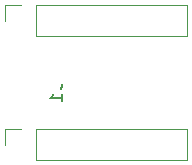
<source format=gbo>
G04 #@! TF.GenerationSoftware,KiCad,Pcbnew,(5.1.6)-1*
G04 #@! TF.CreationDate,2021-12-03T11:20:38+02:00*
G04 #@! TF.ProjectId,df_stacked,64665f73-7461-4636-9b65-642e6b696361,rev?*
G04 #@! TF.SameCoordinates,Original*
G04 #@! TF.FileFunction,Legend,Bot*
G04 #@! TF.FilePolarity,Positive*
%FSLAX46Y46*%
G04 Gerber Fmt 4.6, Leading zero omitted, Abs format (unit mm)*
G04 Created by KiCad (PCBNEW (5.1.6)-1) date 2021-12-03 11:20:38*
%MOMM*%
%LPD*%
G01*
G04 APERTURE LIST*
%ADD10C,0.120000*%
%ADD11C,0.150000*%
%ADD12C,1.800000*%
%ADD13O,1.700000X1.700000*%
%ADD14R,1.700000X1.700000*%
%ADD15O,1.800000X1.800000*%
%ADD16R,1.800000X1.800000*%
G04 APERTURE END LIST*
D10*
X186270000Y-97830000D02*
X199030000Y-97830000D01*
X199030000Y-95170000D02*
X199030000Y-97830000D01*
X186270000Y-95170000D02*
X199030000Y-95170000D01*
X186270000Y-95170000D02*
X186270000Y-97830000D01*
X185000000Y-95170000D02*
X183670000Y-95170000D01*
X183670000Y-95170000D02*
X183670000Y-96500000D01*
X183670000Y-84670000D02*
X183670000Y-86000000D01*
X185000000Y-84670000D02*
X183670000Y-84670000D01*
X186270000Y-84670000D02*
X186270000Y-87330000D01*
X186270000Y-87330000D02*
X199030000Y-87330000D01*
X186270000Y-84670000D02*
X199030000Y-84670000D01*
X199030000Y-84670000D02*
X199030000Y-87330000D01*
D11*
X187452380Y-91238095D02*
X188261904Y-91238095D01*
X188357142Y-91285714D01*
X188404761Y-91333333D01*
X188452380Y-91428571D01*
X188452380Y-91619047D01*
X188404761Y-91714285D01*
X188357142Y-91761904D01*
X188261904Y-91809523D01*
X187452380Y-91809523D01*
X188452380Y-92809523D02*
X188452380Y-92238095D01*
X188452380Y-92523809D02*
X187452380Y-92523809D01*
X187595238Y-92428571D01*
X187690476Y-92333333D01*
X187738095Y-92238095D01*
%LPC*%
D12*
X152070000Y-110330000D03*
X152070000Y-112870000D03*
X154610000Y-112870000D03*
X154610000Y-110330000D03*
X157150000Y-112870000D03*
X157150000Y-110330000D03*
X159690000Y-112870000D03*
X159690000Y-110330000D03*
X162230000Y-112870000D03*
X162230000Y-110330000D03*
X164770000Y-112870000D03*
X164770000Y-110330000D03*
X167310000Y-112870000D03*
X167310000Y-110330000D03*
X169850000Y-112870000D03*
X169850000Y-110330000D03*
X172390000Y-112870000D03*
X172390000Y-110330000D03*
X174930000Y-112870000D03*
X174930000Y-110330000D03*
X152070000Y-87470000D03*
X152070000Y-84930000D03*
X154610000Y-87470000D03*
X154610000Y-84930000D03*
X157150000Y-87470000D03*
X157150000Y-84930000D03*
X159690000Y-87470000D03*
X159690000Y-84930000D03*
X162230000Y-87470000D03*
X162230000Y-84930000D03*
X164770000Y-87470000D03*
X164770000Y-84930000D03*
X167310000Y-87470000D03*
X167310000Y-84930000D03*
X169850000Y-87470000D03*
X169850000Y-84930000D03*
X172390000Y-87470000D03*
X172390000Y-84930000D03*
X174930000Y-87470000D03*
X174930000Y-84930000D03*
D13*
X200340000Y-106500000D03*
X152080000Y-91260000D03*
X197800000Y-106500000D03*
X154620000Y-91260000D03*
X195260000Y-106500000D03*
X157160000Y-91260000D03*
X192720000Y-106500000D03*
X159700000Y-91260000D03*
X190180000Y-106500000D03*
X162240000Y-91260000D03*
X187640000Y-106500000D03*
X164780000Y-91260000D03*
X185100000Y-106500000D03*
X167320000Y-91260000D03*
X182560000Y-106500000D03*
X169860000Y-91260000D03*
X180020000Y-106500000D03*
X172400000Y-91260000D03*
X177480000Y-106500000D03*
X174940000Y-91260000D03*
X174940000Y-106500000D03*
X177480000Y-91260000D03*
X172400000Y-106500000D03*
X180020000Y-91260000D03*
X169860000Y-106500000D03*
X182560000Y-91260000D03*
X167320000Y-106500000D03*
X185100000Y-91260000D03*
X164780000Y-106500000D03*
X187640000Y-91260000D03*
X162240000Y-106500000D03*
X190180000Y-91260000D03*
X159700000Y-106500000D03*
X192720000Y-91260000D03*
X157160000Y-106500000D03*
X195260000Y-91260000D03*
X154620000Y-106500000D03*
X197800000Y-91260000D03*
X152080000Y-106500000D03*
D14*
X200340000Y-91260000D03*
D13*
X200400000Y-116040000D03*
X152140000Y-100800000D03*
X197860000Y-116040000D03*
X154680000Y-100800000D03*
X195320000Y-116040000D03*
X157220000Y-100800000D03*
X192780000Y-116040000D03*
X159760000Y-100800000D03*
X190240000Y-116040000D03*
X162300000Y-100800000D03*
X187700000Y-116040000D03*
X164840000Y-100800000D03*
X185160000Y-116040000D03*
X167380000Y-100800000D03*
X182620000Y-116040000D03*
X169920000Y-100800000D03*
X180080000Y-116040000D03*
X172460000Y-100800000D03*
X177540000Y-116040000D03*
X175000000Y-100800000D03*
X175000000Y-116040000D03*
X177540000Y-100800000D03*
X172460000Y-116040000D03*
X180080000Y-100800000D03*
X169920000Y-116040000D03*
X182620000Y-100800000D03*
X167380000Y-116040000D03*
X185160000Y-100800000D03*
X164840000Y-116040000D03*
X187700000Y-100800000D03*
X162300000Y-116040000D03*
X190240000Y-100800000D03*
X159760000Y-116040000D03*
X192780000Y-100800000D03*
X157220000Y-116040000D03*
X195320000Y-100800000D03*
X154680000Y-116040000D03*
X197860000Y-100800000D03*
X152140000Y-116040000D03*
D14*
X200400000Y-100800000D03*
D15*
X195160000Y-96500000D03*
X197700000Y-96500000D03*
X192620000Y-96500000D03*
D16*
X185000000Y-96500000D03*
D15*
X190080000Y-96500000D03*
X187540000Y-96500000D03*
X197700000Y-86000000D03*
X195160000Y-86000000D03*
X192620000Y-86000000D03*
X190080000Y-86000000D03*
X187540000Y-86000000D03*
D16*
X185000000Y-86000000D03*
M02*

</source>
